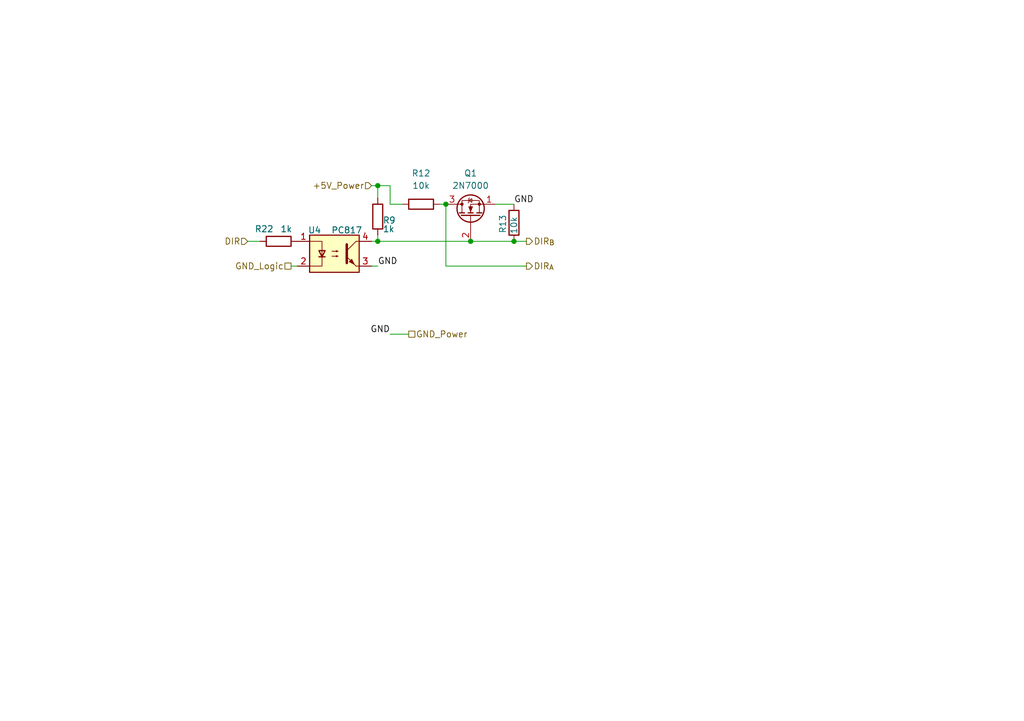
<source format=kicad_sch>
(kicad_sch (version 20231120) (generator "eeschema") (generator_version "8.0")
  (paper "A5")
  (title_block (title "RTC") (date "2024-08-29") (rev "1.0") (company "Designed by CREPP-NLG"))
  (lib_symbols
    (symbol "Device:R" (pin_numbers hide) (pin_names (offset 0))
      (property "Reference" "R" (at 2.032 0 90))
      (property "Value" "R" (at 0 0 90))
      (symbol "R_0_1"
        (rectangle (start -1.016 -2.54) (end 1.016 2.54) (stroke (width 0.254)))
      )
      (symbol "R_1_1"
        (pin passive line (at 0 3.81 270) (length 1.27) (name "~") (number "1"))
        (pin passive line (at 0 -3.81 90) (length 1.27) (name "~") (number "2"))
      )
    )
    (symbol "Isolator:PC817" (pin_names (offset 1.016))
      (property "Reference" "U" (at -5.08 5.08 0))
      (property "Value" "PC817" (at 0 5.08 0))
      (symbol "PC817_0_1"
        (rectangle (start -5.08 3.81) (end 5.08 -3.81) (stroke (width 0.254)) (fill (type background)))
        (polyline (pts (xy -3.175 -0.635) (xy -1.905 -0.635)) (stroke (width 0.254)))
        (polyline (pts (xy 2.54 0.635) (xy 4.445 2.54)))
        (polyline (pts (xy 4.445 -2.54) (xy 2.54 -0.635)) (fill (type outline)))
        (polyline (pts (xy 4.445 -2.54) (xy 5.08 -2.54)))
        (polyline (pts (xy 4.445 2.54) (xy 5.08 2.54)))
        (polyline (pts (xy -5.08 2.54) (xy -2.54 2.54) (xy -2.54 -0.635)))
        (polyline (pts (xy -2.54 -0.635) (xy -2.54 -2.54) (xy -5.08 -2.54)))
        (polyline (pts (xy 2.54 1.905) (xy 2.54 -1.905) (xy 2.54 -1.905)) (stroke (width 0.508)))
        (polyline (pts (xy -2.54 -0.635) (xy -3.175 0.635) (xy -1.905 0.635) (xy -2.54 -0.635)) (stroke (width 0.254)))
        (polyline (pts (xy -0.508 -0.508) (xy 0.762 -0.508) (xy 0.381 -0.635) (xy 0.381 -0.381) (xy 0.762 -0.508)))
        (polyline (pts (xy -0.508 0.508) (xy 0.762 0.508) (xy 0.381 0.381) (xy 0.381 0.635) (xy 0.762 0.508)))
        (polyline (pts (xy 3.048 -1.651) (xy 3.556 -1.143) (xy 4.064 -2.159) (xy 3.048 -1.651) (xy 3.048 -1.651)) (fill (type outline)))
      )
      (symbol "PC817_1_1"
        (pin passive line (at -7.62 2.54 0) (length 2.54) (name "~") (number "1"))
        (pin passive line (at -7.62 -2.54 0) (length 2.54) (name "~") (number "2"))
        (pin passive line (at 7.62 -2.54 180) (length 2.54) (name "~") (number "3"))
        (pin passive line (at 7.62 2.54 180) (length 2.54) (name "~") (number "4"))
      )
    )
    (symbol "Transistor_FET:2N7000" (pin_names hide)
      (property "Reference" "Q" (at 5.08 1.905 0))
      (property "Value" "2N7000" (at 5.08 0 0))
      (symbol "2N7000_0_1"
        (polyline (pts (xy 0.254 0) (xy -2.54 0)))
        (polyline (pts (xy 0.254 1.905) (xy 0.254 -1.905)) (stroke (width 0.254)))
        (polyline (pts (xy 0.762 -1.27) (xy 0.762 -2.286)) (stroke (width 0.254)))
        (polyline (pts (xy 0.762 0.508) (xy 0.762 -0.508)) (stroke (width 0.254)))
        (polyline (pts (xy 0.762 2.286) (xy 0.762 1.27)) (stroke (width 0.254)))
        (polyline (pts (xy 2.54 2.54) (xy 2.54 1.778)))
        (polyline (pts (xy 2.54 -2.54) (xy 2.54 0) (xy 0.762 0)))
        (polyline (pts (xy 0.762 -1.778) (xy 3.302 -1.778) (xy 3.302 1.778) (xy 0.762 1.778)))
        (polyline (pts (xy 1.016 0) (xy 2.032 0.381) (xy 2.032 -0.381) (xy 1.016 0)) (fill (type outline)))
        (polyline (pts (xy 2.794 0.508) (xy 2.921 0.381) (xy 3.683 0.381) (xy 3.81 0.254)))
        (polyline (pts (xy 3.302 0.381) (xy 2.921 -0.254) (xy 3.683 -0.254) (xy 3.302 0.381)))
        (circle (center 1.651 0) (radius 2.794) (stroke (width 0.254)))
        (circle (center 2.54 -1.778) (radius 0.254) (fill (type outline)))
        (circle (center 2.54 1.778) (radius 0.254) (fill (type outline)))
      )
      (symbol "2N7000_1_1"
        (pin passive line (at 2.54 -5.08 90) (length 2.54) (name "S") (number "1"))
        (pin input line (at -5.08 0 0) (length 2.54) (name "G") (number "2"))
        (pin passive line (at 2.54 5.08 270) (length 2.54) (name "D") (number "3"))
      )
    )
  )
  (junction (at 77.47 38.1))
  (junction (at 91.44 41.91))
  (junction (at 96.52 49.53))
  (junction (at 105.41 49.53))
  (junction (at 77.47 49.53))
  (wire (pts (xy 77.47 38.1) (xy 76.2 38.1)))
  (wire (pts (xy 80.01 41.91) (xy 80.01 38.1)))
  (wire (pts (xy 82.55 41.91) (xy 80.01 41.91)))
  (wire (pts (xy 80.01 38.1) (xy 77.47 38.1)))
  (wire (pts (xy 96.52 49.53) (xy 77.47 49.53)))
  (wire (pts (xy 105.41 41.91) (xy 101.6 41.91)))
  (wire (pts (xy 77.47 48.26) (xy 77.47 49.53)))
  (wire (pts (xy 76.2 54.61) (xy 77.47 54.61)))
  (wire (pts (xy 90.17 41.91) (xy 91.44 41.91)))
  (wire (pts (xy 77.47 38.1) (xy 77.47 40.64)))
  (wire (pts (xy 91.44 54.61) (xy 107.95 54.61)))
  (wire (pts (xy 50.8 49.53) (xy 53.34 49.53)))
  (wire (pts (xy 105.41 49.53) (xy 107.95 49.53)))
  (wire (pts (xy 91.44 41.91) (xy 91.44 54.61)))
  (wire (pts (xy 80.01 68.58) (xy 83.82 68.58)))
  (wire (pts (xy 59.69 54.61) (xy 60.96 54.61)))
  (wire (pts (xy 77.47 49.53) (xy 76.2 49.53)))
  (wire (pts (xy 96.52 49.53) (xy 105.41 49.53)))
  (label "GND" (at 80.01 68.58 180))
  (label "GND" (at 105.41 41.91 0))
  (label "GND" (at 77.47 54.61 0))
  (hierarchical_label "DIR_{A}" (shape output) (at 107.95 54.61 0))
  (hierarchical_label "+5V_Power" (shape input) (at 76.2 38.1 180))
  (hierarchical_label "GND_Logic" (shape passive) (at 59.69 54.61 180))
  (hierarchical_label "DIR" (shape input) (at 50.8 49.53 180))
  (hierarchical_label "GND_Power" (shape passive) (at 83.82 68.58 0))
  (hierarchical_label "DIR_{B}" (shape output) (at 107.95 49.53 0))
  (symbol (lib_id "Device:R") (at 86.36 41.91 270) (unit 1)
    (property "Reference" "R12" (at 86.36 35.56 90))
    (property "Value" "10k" (at 86.36 38.1 90))
    (property "Footprint" "Resistor_THT:R_Axial_DIN0207_L6.3mm_D2.5mm_P10.16mm_Horizontal" (effects (hide yes)))
    (property "Description" "Resistor" (effects (hide yes)))
    (instances (project "CREPP.io" (path "" (reference "R12") (unit 1)) (path "" (reference "R21") (unit 1))))
  )
  (symbol (lib_id "Device:R") (at 105.41 45.72 0) (unit 1)
    (property "Reference" "R13" (at 103.124 45.974 90))
    (property "Value" "10k" (at 105.41 46.228 90))
    (property "Footprint" "Resistor_THT:R_Axial_DIN0207_L6.3mm_D2.5mm_P10.16mm_Horizontal" (effects (hide yes)))
    (property "Description" "Resistor" (effects (hide yes)))
    (instances (project "CREPP.io" (path "" (reference "R13") (unit 1)) (path "" (reference "R23") (unit 1))))
  )
  (symbol (lib_id "Device:R") (at 57.15 49.53 270) (unit 1)
    (property "Reference" "R22" (at 56.134 46.99 90) (effects (justify right)))
    (property "Value" "1k" (at 59.944 46.99 90) (effects (justify right)))
    (property "Footprint" "Resistor_THT:R_Axial_DIN0207_L6.3mm_D2.5mm_P10.16mm_Horizontal" (effects (hide yes)))
    (property "Description" "Resistor" (effects (hide yes)))
    (instances (project "CREPP.io" (path "" (reference "R22") (unit 1)) (path "" (reference "R14") (unit 1))))
  )
  (symbol (lib_id "Isolator:PC817") (at 68.58 52.07 0) (unit 1)
    (property "Reference" "U4" (at 64.516 47.244 0))
    (property "Value" "PC817" (at 71.12 47.244 0))
    (property "Footprint" "Package_DIP:DIP-4_W7.62mm" (effects (hide yes)))
    (property "Datasheet" "http://www.soselectronic.cz/a_info/resource/d/pc817.pdf" (effects (hide yes)))
    (property "Description" "DC Optocoupler, Vce 35V, CTR 50-300%, DIP-4" (effects (hide yes)))
    (instances (project "CREPP.io" (path "" (reference "U4") (unit 1)) (path "" (reference "U8") (unit 1))))
  )
  (symbol (lib_id "Transistor_FET:2N7000") (at 96.52 44.45 90) (unit 1)
    (property "Reference" "Q1" (at 96.52 35.56 90))
    (property "Value" "2N7000" (at 96.52 38.1 90))
    (property "Footprint" "Package_TO_SOT_THT:TO-92_Inline" (effects (hide yes)))
    (property "Datasheet" "https://www.vishay.com/docs/70226/70226.pdf" (effects (hide yes)))
    (property "Description" "0.2A Id, 200V Vds, N-Channel MOSFET, 2.6V Logic Level, TO-92" (effects (hide yes)))
    (instances (project "CREPP.io" (path "" (reference "Q1") (unit 1)) (path "" (reference "Q2") (unit 1))))
  )
  (symbol (lib_id "Device:R") (at 77.47 44.45 180) (unit 1)
    (property "Reference" "R9" (at 78.486 45.212 0) (effects (justify right)))
    (property "Value" "1k" (at 78.486 46.99 0) (effects (justify right)))
    (property "Footprint" "Resistor_THT:R_Axial_DIN0207_L6.3mm_D2.5mm_P10.16mm_Horizontal" (effects (hide yes)))
    (property "Description" "Resistor" (effects (hide yes)))
    (instances (project "CREPP.io" (path "" (reference "R9") (unit 1)) (path "" (reference "R17") (unit 1))))
  )
)
</source>
